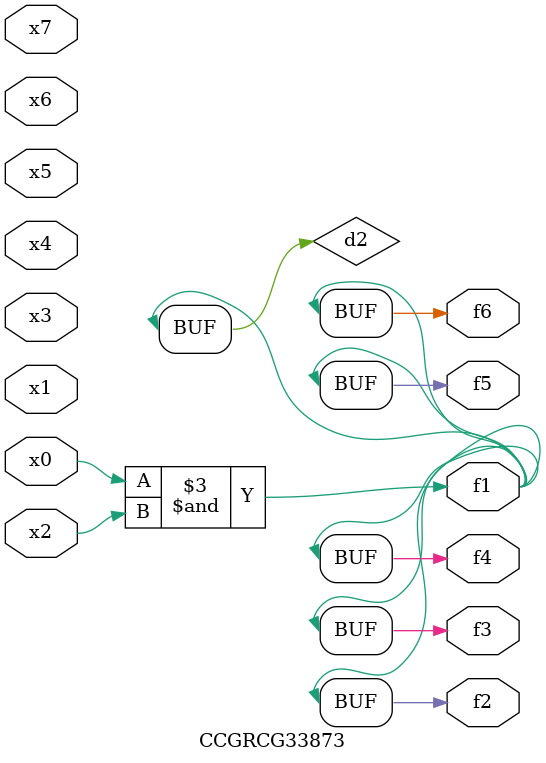
<source format=v>
module CCGRCG33873(
	input x0, x1, x2, x3, x4, x5, x6, x7,
	output f1, f2, f3, f4, f5, f6
);

	wire d1, d2;

	nor (d1, x3, x6);
	and (d2, x0, x2);
	assign f1 = d2;
	assign f2 = d2;
	assign f3 = d2;
	assign f4 = d2;
	assign f5 = d2;
	assign f6 = d2;
endmodule

</source>
